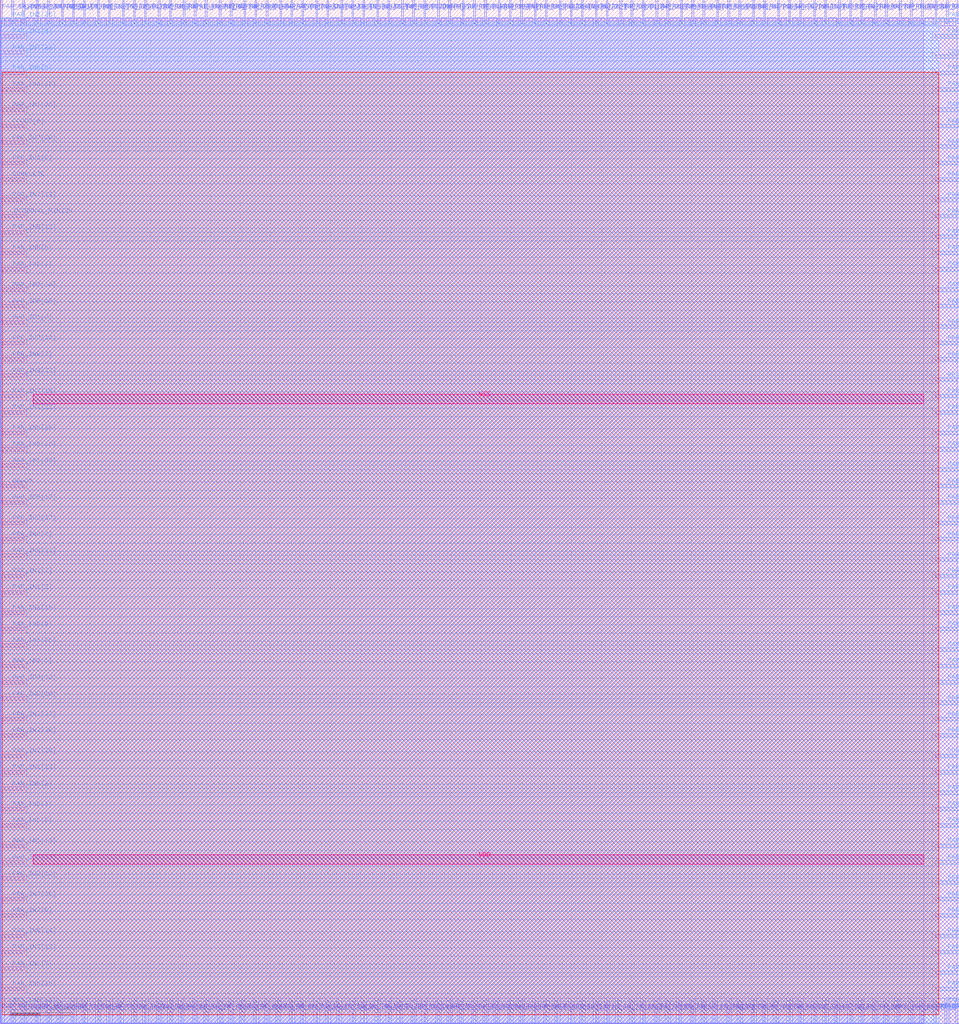
<source format=lef>
VERSION 5.7 ;
  NAMESCASESENSITIVE ON ;
  NOWIREEXTENSIONATPIN ON ;
  DIVIDERCHAR "/" ;
  BUSBITCHARS "[]" ;
UNITS
  DATABASE MICRONS 200 ;
END UNITS

MACRO serializer_unit_cell_1
  CLASS BLOCK ;
  FOREIGN serializer_unit_cell_1 ;
  ORIGIN 0.000 0.000 ;
  SIZE 159.555 BY 170.275 ;
  PIN CLK
    DIRECTION INPUT ;
    PORT
      LAYER met2 ;
        RECT 98.990 0.000 99.270 4.000 ;
    END
  END CLK
  PIN COMPLETE
    DIRECTION OUTPUT TRISTATE ;
    PORT
      LAYER met3 ;
        RECT 0.000 140.120 4.000 140.720 ;
    END
  END COMPLETE
  PIN COUNT[0]
    DIRECTION OUTPUT TRISTATE ;
    PORT
      LAYER met2 ;
        RECT 149.130 0.000 149.410 4.000 ;
    END
  END COUNT[0]
  PIN COUNT[1]
    DIRECTION OUTPUT TRISTATE ;
    PORT
      LAYER met3 ;
        RECT 155.555 160.520 159.555 161.120 ;
    END
  END COUNT[1]
  PIN COUNT[2]
    DIRECTION OUTPUT TRISTATE ;
    PORT
      LAYER met3 ;
        RECT 155.555 44.240 159.555 44.840 ;
    END
  END COUNT[2]
  PIN COUNT[3]
    DIRECTION OUTPUT TRISTATE ;
    PORT
      LAYER met2 ;
        RECT 72.770 166.275 73.050 170.275 ;
    END
  END COUNT[3]
  PIN COUNT[4]
    DIRECTION OUTPUT TRISTATE ;
    PORT
      LAYER met3 ;
        RECT 0.000 148.960 4.000 149.560 ;
    END
  END COUNT[4]
  PIN COUNT[5]
    DIRECTION OUTPUT TRISTATE ;
    PORT
      LAYER met2 ;
        RECT 72.770 0.000 73.050 4.000 ;
    END
  END COUNT[5]
  PIN INTERNAL_FINISH
    DIRECTION OUTPUT TRISTATE ;
    PORT
      LAYER met3 ;
        RECT 0.000 134.000 4.000 134.600 ;
    END
  END INTERNAL_FINISH
  PIN PAR_IN1[0]
    DIRECTION INPUT ;
    PORT
      LAYER met2 ;
        RECT 113.250 166.275 113.530 170.275 ;
    END
  END PAR_IN1[0]
  PIN PAR_IN1[10]
    DIRECTION INPUT ;
    PORT
      LAYER met2 ;
        RECT 10.210 166.275 10.490 170.275 ;
    END
  END PAR_IN1[10]
  PIN PAR_IN1[11]
    DIRECTION INPUT ;
    PORT
      LAYER met2 ;
        RECT 20.330 166.275 20.610 170.275 ;
    END
  END PAR_IN1[11]
  PIN PAR_IN1[12]
    DIRECTION INPUT ;
    PORT
      LAYER met2 ;
        RECT 24.010 0.000 24.290 4.000 ;
    END
  END PAR_IN1[12]
  PIN PAR_IN1[13]
    DIRECTION INPUT ;
    PORT
      LAYER met3 ;
        RECT 0.000 41.520 4.000 42.120 ;
    END
  END PAR_IN1[13]
  PIN PAR_IN1[14]
    DIRECTION INPUT ;
    PORT
      LAYER met2 ;
        RECT 66.330 0.000 66.610 4.000 ;
    END
  END PAR_IN1[14]
  PIN PAR_IN1[15]
    DIRECTION INPUT ;
    PORT
      LAYER met2 ;
        RECT 13.890 166.275 14.170 170.275 ;
    END
  END PAR_IN1[15]
  PIN PAR_IN1[16]
    DIRECTION INPUT ;
    PORT
      LAYER met2 ;
        RECT 84.730 166.275 85.010 170.275 ;
    END
  END PAR_IN1[16]
  PIN PAR_IN1[17]
    DIRECTION INPUT ;
    PORT
      LAYER met2 ;
        RECT 94.850 0.000 95.130 4.000 ;
    END
  END PAR_IN1[17]
  PIN PAR_IN1[18]
    DIRECTION INPUT ;
    PORT
      LAYER met2 ;
        RECT 38.270 0.000 38.550 4.000 ;
    END
  END PAR_IN1[18]
  PIN PAR_IN1[19]
    DIRECTION INPUT ;
    PORT
      LAYER met2 ;
        RECT 50.230 0.000 50.510 4.000 ;
    END
  END PAR_IN1[19]
  PIN PAR_IN1[1]
    DIRECTION INPUT ;
    PORT
      LAYER met2 ;
        RECT 139.010 0.000 139.290 4.000 ;
    END
  END PAR_IN1[1]
  PIN PAR_IN1[20]
    DIRECTION INPUT ;
    PORT
      LAYER met2 ;
        RECT 78.750 0.000 79.030 4.000 ;
    END
  END PAR_IN1[20]
  PIN PAR_IN1[21]
    DIRECTION INPUT ;
    PORT
      LAYER met2 ;
        RECT 106.810 0.000 107.090 4.000 ;
    END
  END PAR_IN1[21]
  PIN PAR_IN1[22]
    DIRECTION INPUT ;
    PORT
      LAYER met2 ;
        RECT 119.230 166.275 119.510 170.275 ;
    END
  END PAR_IN1[22]
  PIN PAR_IN1[23]
    DIRECTION INPUT ;
    PORT
      LAYER met2 ;
        RECT 0.090 166.275 0.370 170.275 ;
    END
  END PAR_IN1[23]
  PIN PAR_IN1[24]
    DIRECTION INPUT ;
    PORT
      LAYER met2 ;
        RECT 9.750 0.000 10.030 4.000 ;
    END
  END PAR_IN1[24]
  PIN PAR_IN1[25]
    DIRECTION INPUT ;
    PORT
      LAYER met2 ;
        RECT 90.710 166.275 90.990 170.275 ;
    END
  END PAR_IN1[25]
  PIN PAR_IN1[26]
    DIRECTION INPUT ;
    PORT
      LAYER met3 ;
        RECT 0.000 151.680 4.000 152.280 ;
    END
  END PAR_IN1[26]
  PIN PAR_IN1[27]
    DIRECTION INPUT ;
    PORT
      LAYER met3 ;
        RECT 155.555 8.200 159.555 8.800 ;
    END
  END PAR_IN1[27]
  PIN PAR_IN1[28]
    DIRECTION INPUT ;
    PORT
      LAYER met3 ;
        RECT 155.555 145.560 159.555 146.160 ;
    END
  END PAR_IN1[28]
  PIN PAR_IN1[29]
    DIRECTION INPUT ;
    PORT
      LAYER met2 ;
        RECT 116.930 0.000 117.210 4.000 ;
    END
  END PAR_IN1[29]
  PIN PAR_IN1[2]
    DIRECTION INPUT ;
    PORT
      LAYER met3 ;
        RECT 0.000 71.440 4.000 72.040 ;
    END
  END PAR_IN1[2]
  PIN PAR_IN1[30]
    DIRECTION INPUT ;
    PORT
      LAYER met2 ;
        RECT 133.030 0.000 133.310 4.000 ;
    END
  END PAR_IN1[30]
  PIN PAR_IN1[31]
    DIRECTION INPUT ;
    PORT
      LAYER met2 ;
        RECT 52.530 0.000 52.810 4.000 ;
    END
  END PAR_IN1[31]
  PIN PAR_IN1[3]
    DIRECTION INPUT ;
    PORT
      LAYER met2 ;
        RECT 125.210 0.000 125.490 4.000 ;
    END
  END PAR_IN1[3]
  PIN PAR_IN1[4]
    DIRECTION INPUT ;
    PORT
      LAYER met2 ;
        RECT 104.970 166.275 105.250 170.275 ;
    END
  END PAR_IN1[4]
  PIN PAR_IN1[5]
    DIRECTION INPUT ;
    PORT
      LAYER met3 ;
        RECT 155.555 140.120 159.555 140.720 ;
    END
  END PAR_IN1[5]
  PIN PAR_IN1[6]
    DIRECTION INPUT ;
    PORT
      LAYER met3 ;
        RECT 0.000 163.920 4.000 164.520 ;
    END
  END PAR_IN1[6]
  PIN PAR_IN1[7]
    DIRECTION INPUT ;
    PORT
      LAYER met3 ;
        RECT 0.000 74.160 4.000 74.760 ;
    END
  END PAR_IN1[7]
  PIN PAR_IN1[8]
    DIRECTION INPUT ;
    PORT
      LAYER met3 ;
        RECT 0.000 142.840 4.000 143.440 ;
    END
  END PAR_IN1[8]
  PIN PAR_IN1[9]
    DIRECTION INPUT ;
    PORT
      LAYER met3 ;
        RECT 0.000 116.320 4.000 116.920 ;
    END
  END PAR_IN1[9]
  PIN PAR_IN2[0]
    DIRECTION INPUT ;
    PORT
      LAYER met2 ;
        RECT 139.470 166.275 139.750 170.275 ;
    END
  END PAR_IN2[0]
  PIN PAR_IN2[10]
    DIRECTION INPUT ;
    PORT
      LAYER met3 ;
        RECT 155.555 112.920 159.555 113.520 ;
    END
  END PAR_IN2[10]
  PIN PAR_IN2[11]
    DIRECTION INPUT ;
    PORT
      LAYER met2 ;
        RECT 64.490 0.000 64.770 4.000 ;
    END
  END PAR_IN2[11]
  PIN PAR_IN2[12]
    DIRECTION INPUT ;
    PORT
      LAYER met2 ;
        RECT 54.370 166.275 54.650 170.275 ;
    END
  END PAR_IN2[12]
  PIN PAR_IN2[13]
    DIRECTION INPUT ;
    PORT
      LAYER met2 ;
        RECT 100.830 0.000 101.110 4.000 ;
    END
  END PAR_IN2[13]
  PIN PAR_IN2[14]
    DIRECTION INPUT ;
    PORT
      LAYER met3 ;
        RECT 0.000 121.760 4.000 122.360 ;
    END
  END PAR_IN2[14]
  PIN PAR_IN2[15]
    DIRECTION INPUT ;
    PORT
      LAYER met3 ;
        RECT 155.555 148.960 159.555 149.560 ;
    END
  END PAR_IN2[15]
  PIN PAR_IN2[16]
    DIRECTION INPUT ;
    PORT
      LAYER met2 ;
        RECT 48.390 0.000 48.670 4.000 ;
    END
  END PAR_IN2[16]
  PIN PAR_IN2[17]
    DIRECTION INPUT ;
    PORT
      LAYER met2 ;
        RECT 159.250 0.000 159.530 4.000 ;
    END
  END PAR_IN2[17]
  PIN PAR_IN2[18]
    DIRECTION INPUT ;
    PORT
      LAYER met3 ;
        RECT 0.000 68.040 4.000 68.640 ;
    END
  END PAR_IN2[18]
  PIN PAR_IN2[19]
    DIRECTION INPUT ;
    PORT
      LAYER met3 ;
        RECT 155.555 97.960 159.555 98.560 ;
    END
  END PAR_IN2[19]
  PIN PAR_IN2[1]
    DIRECTION INPUT ;
    PORT
      LAYER met3 ;
        RECT 0.000 125.160 4.000 125.760 ;
    END
  END PAR_IN2[1]
  PIN PAR_IN2[20]
    DIRECTION INPUT ;
    PORT
      LAYER met3 ;
        RECT 0.000 44.240 4.000 44.840 ;
    END
  END PAR_IN2[20]
  PIN PAR_IN2[21]
    DIRECTION INPUT ;
    PORT
      LAYER met2 ;
        RECT 82.430 0.000 82.710 4.000 ;
    END
  END PAR_IN2[21]
  PIN PAR_IN2[22]
    DIRECTION INPUT ;
    PORT
      LAYER met3 ;
        RECT 155.555 163.920 159.555 164.520 ;
    END
  END PAR_IN2[22]
  PIN PAR_IN2[23]
    DIRECTION INPUT ;
    PORT
      LAYER met3 ;
        RECT 155.555 83.000 159.555 83.600 ;
    END
  END PAR_IN2[23]
  PIN PAR_IN2[24]
    DIRECTION INPUT ;
    PORT
      LAYER met2 ;
        RECT 50.230 166.275 50.510 170.275 ;
    END
  END PAR_IN2[24]
  PIN PAR_IN2[25]
    DIRECTION INPUT ;
    PORT
      LAYER met3 ;
        RECT 0.000 166.640 4.000 167.240 ;
    END
  END PAR_IN2[25]
  PIN PAR_IN2[26]
    DIRECTION INPUT ;
    PORT
      LAYER met2 ;
        RECT 109.110 166.275 109.390 170.275 ;
    END
  END PAR_IN2[26]
  PIN PAR_IN2[27]
    DIRECTION INPUT ;
    PORT
      LAYER met3 ;
        RECT 155.555 136.720 159.555 137.320 ;
    END
  END PAR_IN2[27]
  PIN PAR_IN2[28]
    DIRECTION INPUT ;
    PORT
      LAYER met3 ;
        RECT 0.000 47.640 4.000 48.240 ;
    END
  END PAR_IN2[28]
  PIN PAR_IN2[29]
    DIRECTION INPUT ;
    PORT
      LAYER met3 ;
        RECT 155.555 53.080 159.555 53.680 ;
    END
  END PAR_IN2[29]
  PIN PAR_IN2[2]
    DIRECTION INPUT ;
    PORT
      LAYER met3 ;
        RECT 155.555 95.240 159.555 95.840 ;
    END
  END PAR_IN2[2]
  PIN PAR_IN2[30]
    DIRECTION INPUT ;
    PORT
      LAYER met2 ;
        RECT 7.910 166.275 8.190 170.275 ;
    END
  END PAR_IN2[30]
  PIN PAR_IN2[31]
    DIRECTION INPUT ;
    PORT
      LAYER met2 ;
        RECT 54.370 0.000 54.650 4.000 ;
    END
  END PAR_IN2[31]
  PIN PAR_IN2[3]
    DIRECTION INPUT ;
    PORT
      LAYER met3 ;
        RECT 155.555 47.640 159.555 48.240 ;
    END
  END PAR_IN2[3]
  PIN PAR_IN2[4]
    DIRECTION INPUT ;
    PORT
      LAYER met2 ;
        RECT 104.970 0.000 105.250 4.000 ;
    END
  END PAR_IN2[4]
  PIN PAR_IN2[5]
    DIRECTION INPUT ;
    PORT
      LAYER met3 ;
        RECT 0.000 59.200 4.000 59.800 ;
    END
  END PAR_IN2[5]
  PIN PAR_IN2[6]
    DIRECTION INPUT ;
    PORT
      LAYER met2 ;
        RECT 62.650 166.275 62.930 170.275 ;
    END
  END PAR_IN2[6]
  PIN PAR_IN2[7]
    DIRECTION INPUT ;
    PORT
      LAYER met3 ;
        RECT 0.000 35.400 4.000 36.000 ;
    END
  END PAR_IN2[7]
  PIN PAR_IN2[8]
    DIRECTION INPUT ;
    PORT
      LAYER met2 ;
        RECT 122.910 166.275 123.190 170.275 ;
    END
  END PAR_IN2[8]
  PIN PAR_IN2[9]
    DIRECTION INPUT ;
    PORT
      LAYER met3 ;
        RECT 0.000 65.320 4.000 65.920 ;
    END
  END PAR_IN2[9]
  PIN PAR_IN3[0]
    DIRECTION INPUT ;
    PORT
      LAYER met3 ;
        RECT 155.555 17.720 159.555 18.320 ;
    END
  END PAR_IN3[0]
  PIN PAR_IN3[10]
    DIRECTION INPUT ;
    PORT
      LAYER met3 ;
        RECT 0.000 95.240 4.000 95.840 ;
    END
  END PAR_IN3[10]
  PIN PAR_IN3[11]
    DIRECTION INPUT ;
    PORT
      LAYER met2 ;
        RECT 70.470 0.000 70.750 4.000 ;
    END
  END PAR_IN3[11]
  PIN PAR_IN3[12]
    DIRECTION INPUT ;
    PORT
      LAYER met3 ;
        RECT 0.000 11.600 4.000 12.200 ;
    END
  END PAR_IN3[12]
  PIN PAR_IN3[13]
    DIRECTION INPUT ;
    PORT
      LAYER met3 ;
        RECT 0.000 23.840 4.000 24.440 ;
    END
  END PAR_IN3[13]
  PIN PAR_IN3[14]
    DIRECTION INPUT ;
    PORT
      LAYER met2 ;
        RECT 88.870 0.000 89.150 4.000 ;
    END
  END PAR_IN3[14]
  PIN PAR_IN3[15]
    DIRECTION INPUT ;
    PORT
      LAYER met3 ;
        RECT 155.555 134.000 159.555 134.600 ;
    END
  END PAR_IN3[15]
  PIN PAR_IN3[16]
    DIRECTION INPUT ;
    PORT
      LAYER met3 ;
        RECT 155.555 151.680 159.555 152.280 ;
    END
  END PAR_IN3[16]
  PIN PAR_IN3[17]
    DIRECTION INPUT ;
    PORT
      LAYER met3 ;
        RECT 0.000 83.000 4.000 83.600 ;
    END
  END PAR_IN3[17]
  PIN PAR_IN3[18]
    DIRECTION INPUT ;
    PORT
      LAYER met3 ;
        RECT 155.555 86.400 159.555 87.000 ;
    END
  END PAR_IN3[18]
  PIN PAR_IN3[19]
    DIRECTION INPUT ;
    PORT
      LAYER met2 ;
        RECT 76.910 166.275 77.190 170.275 ;
    END
  END PAR_IN3[19]
  PIN PAR_IN3[1]
    DIRECTION INPUT ;
    PORT
      LAYER met2 ;
        RECT 3.770 0.000 4.050 4.000 ;
    END
  END PAR_IN3[1]
  PIN PAR_IN3[20]
    DIRECTION INPUT ;
    PORT
      LAYER met2 ;
        RECT 34.130 0.000 34.410 4.000 ;
    END
  END PAR_IN3[20]
  PIN PAR_IN3[21]
    DIRECTION INPUT ;
    PORT
      LAYER met2 ;
        RECT 1.930 166.275 2.210 170.275 ;
    END
  END PAR_IN3[21]
  PIN PAR_IN3[22]
    DIRECTION INPUT ;
    PORT
      LAYER met3 ;
        RECT 0.000 101.360 4.000 101.960 ;
    END
  END PAR_IN3[22]
  PIN PAR_IN3[23]
    DIRECTION INPUT ;
    PORT
      LAYER met3 ;
        RECT 155.555 61.920 159.555 62.520 ;
    END
  END PAR_IN3[23]
  PIN PAR_IN3[24]
    DIRECTION INPUT ;
    PORT
      LAYER met2 ;
        RECT 40.110 0.000 40.390 4.000 ;
    END
  END PAR_IN3[24]
  PIN PAR_IN3[25]
    DIRECTION INPUT ;
    PORT
      LAYER met2 ;
        RECT 84.730 0.000 85.010 4.000 ;
    END
  END PAR_IN3[25]
  PIN PAR_IN3[26]
    DIRECTION INPUT ;
    PORT
      LAYER met2 ;
        RECT 141.310 166.275 141.590 170.275 ;
    END
  END PAR_IN3[26]
  PIN PAR_IN3[27]
    DIRECTION INPUT ;
    PORT
      LAYER met3 ;
        RECT 0.000 50.360 4.000 50.960 ;
    END
  END PAR_IN3[27]
  PIN PAR_IN3[28]
    DIRECTION INPUT ;
    PORT
      LAYER met3 ;
        RECT 155.555 155.080 159.555 155.680 ;
    END
  END PAR_IN3[28]
  PIN PAR_IN3[29]
    DIRECTION INPUT ;
    PORT
      LAYER met2 ;
        RECT 68.630 0.000 68.910 4.000 ;
    END
  END PAR_IN3[29]
  PIN PAR_IN3[2]
    DIRECTION INPUT ;
    PORT
      LAYER met2 ;
        RECT 135.330 0.000 135.610 4.000 ;
    END
  END PAR_IN3[2]
  PIN PAR_IN3[30]
    DIRECTION INPUT ;
    PORT
      LAYER met2 ;
        RECT 76.450 0.000 76.730 4.000 ;
    END
  END PAR_IN3[30]
  PIN PAR_IN3[31]
    DIRECTION INPUT ;
    PORT
      LAYER met2 ;
        RECT 36.430 0.000 36.710 4.000 ;
    END
  END PAR_IN3[31]
  PIN PAR_IN3[3]
    DIRECTION INPUT ;
    PORT
      LAYER met2 ;
        RECT 46.550 166.275 46.830 170.275 ;
    END
  END PAR_IN3[3]
  PIN PAR_IN3[4]
    DIRECTION INPUT ;
    PORT
      LAYER met2 ;
        RECT 44.250 166.275 44.530 170.275 ;
    END
  END PAR_IN3[4]
  PIN PAR_IN3[5]
    DIRECTION INPUT ;
    PORT
      LAYER met2 ;
        RECT 34.130 166.275 34.410 170.275 ;
    END
  END PAR_IN3[5]
  PIN PAR_IN3[6]
    DIRECTION INPUT ;
    PORT
      LAYER met3 ;
        RECT 155.555 2.760 159.555 3.360 ;
    END
  END PAR_IN3[6]
  PIN PAR_IN3[7]
    DIRECTION INPUT ;
    PORT
      LAYER met3 ;
        RECT 0.000 8.880 4.000 9.480 ;
    END
  END PAR_IN3[7]
  PIN PAR_IN3[8]
    DIRECTION INPUT ;
    PORT
      LAYER met2 ;
        RECT 12.050 166.275 12.330 170.275 ;
    END
  END PAR_IN3[8]
  PIN PAR_IN3[9]
    DIRECTION INPUT ;
    PORT
      LAYER met2 ;
        RECT 22.170 166.275 22.450 170.275 ;
    END
  END PAR_IN3[9]
  PIN PAR_IN4[0]
    DIRECTION INPUT ;
    PORT
      LAYER met2 ;
        RECT 143.150 166.275 143.430 170.275 ;
    END
  END PAR_IN4[0]
  PIN PAR_IN4[10]
    DIRECTION INPUT ;
    PORT
      LAYER met2 ;
        RECT 80.590 166.275 80.870 170.275 ;
    END
  END PAR_IN4[10]
  PIN PAR_IN4[11]
    DIRECTION INPUT ;
    PORT
      LAYER met2 ;
        RECT 133.030 166.275 133.310 170.275 ;
    END
  END PAR_IN4[11]
  PIN PAR_IN4[12]
    DIRECTION INPUT ;
    PORT
      LAYER met3 ;
        RECT 0.000 155.080 4.000 155.680 ;
    END
  END PAR_IN4[12]
  PIN PAR_IN4[13]
    DIRECTION INPUT ;
    PORT
      LAYER met3 ;
        RECT 155.555 89.120 159.555 89.720 ;
    END
  END PAR_IN4[13]
  PIN PAR_IN4[14]
    DIRECTION INPUT ;
    PORT
      LAYER met3 ;
        RECT 155.555 121.760 159.555 122.360 ;
    END
  END PAR_IN4[14]
  PIN PAR_IN4[15]
    DIRECTION INPUT ;
    PORT
      LAYER met2 ;
        RECT 90.710 0.000 90.990 4.000 ;
    END
  END PAR_IN4[15]
  PIN PAR_IN4[16]
    DIRECTION INPUT ;
    PORT
      LAYER met3 ;
        RECT 155.555 59.200 159.555 59.800 ;
    END
  END PAR_IN4[16]
  PIN PAR_IN4[17]
    DIRECTION INPUT ;
    PORT
      LAYER met3 ;
        RECT 155.555 50.360 159.555 50.960 ;
    END
  END PAR_IN4[17]
  PIN PAR_IN4[18]
    DIRECTION INPUT ;
    PORT
      LAYER met3 ;
        RECT 155.555 20.440 159.555 21.040 ;
    END
  END PAR_IN4[18]
  PIN PAR_IN4[19]
    DIRECTION INPUT ;
    PORT
      LAYER met2 ;
        RECT 40.570 166.275 40.850 170.275 ;
    END
  END PAR_IN4[19]
  PIN PAR_IN4[1]
    DIRECTION INPUT ;
    PORT
      LAYER met2 ;
        RECT 78.750 166.275 79.030 170.275 ;
    END
  END PAR_IN4[1]
  PIN PAR_IN4[20]
    DIRECTION INPUT ;
    PORT
      LAYER met2 ;
        RECT 1.930 0.000 2.210 4.000 ;
    END
  END PAR_IN4[20]
  PIN PAR_IN4[21]
    DIRECTION INPUT ;
    PORT
      LAYER met2 ;
        RECT 155.570 0.000 155.850 4.000 ;
    END
  END PAR_IN4[21]
  PIN PAR_IN4[22]
    DIRECTION INPUT ;
    PORT
      LAYER met2 ;
        RECT 153.270 0.000 153.550 4.000 ;
    END
  END PAR_IN4[22]
  PIN PAR_IN4[23]
    DIRECTION INPUT ;
    PORT
      LAYER met2 ;
        RECT 153.270 166.275 153.550 170.275 ;
    END
  END PAR_IN4[23]
  PIN PAR_IN4[24]
    DIRECTION INPUT ;
    PORT
      LAYER met2 ;
        RECT 93.010 166.275 93.290 170.275 ;
    END
  END PAR_IN4[24]
  PIN PAR_IN4[25]
    DIRECTION INPUT ;
    PORT
      LAYER met2 ;
        RECT 6.070 166.275 6.350 170.275 ;
    END
  END PAR_IN4[25]
  PIN PAR_IN4[26]
    DIRECTION INPUT ;
    PORT
      LAYER met2 ;
        RECT 52.530 166.275 52.810 170.275 ;
    END
  END PAR_IN4[26]
  PIN PAR_IN4[27]
    DIRECTION INPUT ;
    PORT
      LAYER met2 ;
        RECT 145.450 0.000 145.730 4.000 ;
    END
  END PAR_IN4[27]
  PIN PAR_IN4[28]
    DIRECTION INPUT ;
    PORT
      LAYER met2 ;
        RECT 128.890 0.000 129.170 4.000 ;
    END
  END PAR_IN4[28]
  PIN PAR_IN4[29]
    DIRECTION INPUT ;
    PORT
      LAYER met2 ;
        RECT 6.070 0.000 6.350 4.000 ;
    END
  END PAR_IN4[29]
  PIN PAR_IN4[2]
    DIRECTION INPUT ;
    PORT
      LAYER met3 ;
        RECT 155.555 74.160 159.555 74.760 ;
    END
  END PAR_IN4[2]
  PIN PAR_IN4[30]
    DIRECTION INPUT ;
    PORT
      LAYER met2 ;
        RECT 135.330 166.275 135.610 170.275 ;
    END
  END PAR_IN4[30]
  PIN PAR_IN4[31]
    DIRECTION INPUT ;
    PORT
      LAYER met2 ;
        RECT 115.090 166.275 115.370 170.275 ;
    END
  END PAR_IN4[31]
  PIN PAR_IN4[3]
    DIRECTION INPUT ;
    PORT
      LAYER met3 ;
        RECT 155.555 41.520 159.555 42.120 ;
    END
  END PAR_IN4[3]
  PIN PAR_IN4[4]
    DIRECTION INPUT ;
    PORT
      LAYER met3 ;
        RECT 0.000 80.280 4.000 80.880 ;
    END
  END PAR_IN4[4]
  PIN PAR_IN4[5]
    DIRECTION INPUT ;
    PORT
      LAYER met2 ;
        RECT 56.210 0.000 56.490 4.000 ;
    END
  END PAR_IN4[5]
  PIN PAR_IN4[6]
    DIRECTION INPUT ;
    PORT
      LAYER met2 ;
        RECT 118.770 0.000 119.050 4.000 ;
    END
  END PAR_IN4[6]
  PIN PAR_IN4[7]
    DIRECTION INPUT ;
    PORT
      LAYER met3 ;
        RECT 155.555 104.080 159.555 104.680 ;
    END
  END PAR_IN4[7]
  PIN PAR_IN4[8]
    DIRECTION INPUT ;
    PORT
      LAYER met2 ;
        RECT 22.170 0.000 22.450 4.000 ;
    END
  END PAR_IN4[8]
  PIN PAR_IN4[9]
    DIRECTION INPUT ;
    PORT
      LAYER met2 ;
        RECT 129.350 166.275 129.630 170.275 ;
    END
  END PAR_IN4[9]
  PIN PAR_IN5[0]
    DIRECTION INPUT ;
    PORT
      LAYER met2 ;
        RECT 64.490 166.275 64.770 170.275 ;
    END
  END PAR_IN5[0]
  PIN PAR_IN5[10]
    DIRECTION INPUT ;
    PORT
      LAYER met2 ;
        RECT 121.070 0.000 121.350 4.000 ;
    END
  END PAR_IN5[10]
  PIN PAR_IN5[11]
    DIRECTION INPUT ;
    PORT
      LAYER met3 ;
        RECT 0.000 77.560 4.000 78.160 ;
    END
  END PAR_IN5[11]
  PIN PAR_IN5[12]
    DIRECTION INPUT ;
    PORT
      LAYER met3 ;
        RECT 0.000 131.280 4.000 131.880 ;
    END
  END PAR_IN5[12]
  PIN PAR_IN5[13]
    DIRECTION INPUT ;
    PORT
      LAYER met3 ;
        RECT 0.000 29.280 4.000 29.880 ;
    END
  END PAR_IN5[13]
  PIN PAR_IN5[14]
    DIRECTION INPUT ;
    PORT
      LAYER met2 ;
        RECT 88.870 166.275 89.150 170.275 ;
    END
  END PAR_IN5[14]
  PIN PAR_IN5[15]
    DIRECTION INPUT ;
    PORT
      LAYER met3 ;
        RECT 0.000 119.040 4.000 119.640 ;
    END
  END PAR_IN5[15]
  PIN PAR_IN5[16]
    DIRECTION INPUT ;
    PORT
      LAYER met2 ;
        RECT 151.430 0.000 151.710 4.000 ;
    END
  END PAR_IN5[16]
  PIN PAR_IN5[17]
    DIRECTION INPUT ;
    PORT
      LAYER met3 ;
        RECT 0.000 86.400 4.000 87.000 ;
    END
  END PAR_IN5[17]
  PIN PAR_IN5[18]
    DIRECTION INPUT ;
    PORT
      LAYER met2 ;
        RECT 92.550 0.000 92.830 4.000 ;
    END
  END PAR_IN5[18]
  PIN PAR_IN5[19]
    DIRECTION INPUT ;
    PORT
      LAYER met2 ;
        RECT 86.570 0.000 86.850 4.000 ;
    END
  END PAR_IN5[19]
  PIN PAR_IN5[1]
    DIRECTION INPUT ;
    PORT
      LAYER met2 ;
        RECT 157.410 0.000 157.690 4.000 ;
    END
  END PAR_IN5[1]
  PIN PAR_IN5[20]
    DIRECTION INPUT ;
    PORT
      LAYER met2 ;
        RECT 58.510 166.275 58.790 170.275 ;
    END
  END PAR_IN5[20]
  PIN PAR_IN5[21]
    DIRECTION INPUT ;
    PORT
      LAYER met2 ;
        RECT 26.310 0.000 26.590 4.000 ;
    END
  END PAR_IN5[21]
  PIN PAR_IN5[22]
    DIRECTION INPUT ;
    PORT
      LAYER met2 ;
        RECT 60.350 166.275 60.630 170.275 ;
    END
  END PAR_IN5[22]
  PIN PAR_IN5[23]
    DIRECTION INPUT ;
    PORT
      LAYER met2 ;
        RECT 106.810 166.275 107.090 170.275 ;
    END
  END PAR_IN5[23]
  PIN PAR_IN5[24]
    DIRECTION INPUT ;
    PORT
      LAYER met2 ;
        RECT 159.250 166.275 159.530 170.275 ;
    END
  END PAR_IN5[24]
  PIN PAR_IN5[25]
    DIRECTION INPUT ;
    PORT
      LAYER met2 ;
        RECT 24.010 166.275 24.290 170.275 ;
    END
  END PAR_IN5[25]
  PIN PAR_IN5[26]
    DIRECTION INPUT ;
    PORT
      LAYER met3 ;
        RECT 155.555 110.200 159.555 110.800 ;
    END
  END PAR_IN5[26]
  PIN PAR_IN5[27]
    DIRECTION INPUT ;
    PORT
      LAYER met2 ;
        RECT 29.990 0.000 30.270 4.000 ;
    END
  END PAR_IN5[27]
  PIN PAR_IN5[28]
    DIRECTION INPUT ;
    PORT
      LAYER met3 ;
        RECT 155.555 76.880 159.555 77.480 ;
    END
  END PAR_IN5[28]
  PIN PAR_IN5[29]
    DIRECTION INPUT ;
    PORT
      LAYER met3 ;
        RECT 0.000 92.520 4.000 93.120 ;
    END
  END PAR_IN5[29]
  PIN PAR_IN5[2]
    DIRECTION INPUT ;
    PORT
      LAYER met3 ;
        RECT 0.000 32.680 4.000 33.280 ;
    END
  END PAR_IN5[2]
  PIN PAR_IN5[30]
    DIRECTION INPUT ;
    PORT
      LAYER met3 ;
        RECT 155.555 38.120 159.555 38.720 ;
    END
  END PAR_IN5[30]
  PIN PAR_IN5[31]
    DIRECTION INPUT ;
    PORT
      LAYER met2 ;
        RECT 127.050 0.000 127.330 4.000 ;
    END
  END PAR_IN5[31]
  PIN PAR_IN5[3]
    DIRECTION INPUT ;
    PORT
      LAYER met2 ;
        RECT 26.310 166.275 26.590 170.275 ;
    END
  END PAR_IN5[3]
  PIN PAR_IN5[4]
    DIRECTION INPUT ;
    PORT
      LAYER met2 ;
        RECT 7.910 0.000 8.190 4.000 ;
    END
  END PAR_IN5[4]
  PIN PAR_IN5[5]
    DIRECTION INPUT ;
    PORT
      LAYER met3 ;
        RECT 155.555 115.640 159.555 116.240 ;
    END
  END PAR_IN5[5]
  PIN PAR_IN5[6]
    DIRECTION INPUT ;
    PORT
      LAYER met2 ;
        RECT 109.110 0.000 109.390 4.000 ;
    END
  END PAR_IN5[6]
  PIN PAR_IN5[7]
    DIRECTION INPUT ;
    PORT
      LAYER met2 ;
        RECT 18.030 166.275 18.310 170.275 ;
    END
  END PAR_IN5[7]
  PIN PAR_IN5[8]
    DIRECTION INPUT ;
    PORT
      LAYER met3 ;
        RECT 0.000 127.880 4.000 128.480 ;
    END
  END PAR_IN5[8]
  PIN PAR_IN5[9]
    DIRECTION INPUT ;
    PORT
      LAYER met2 ;
        RECT 122.910 0.000 123.190 4.000 ;
    END
  END PAR_IN5[9]
  PIN PAR_IN6[0]
    DIRECTION INPUT ;
    PORT
      LAYER met2 ;
        RECT 32.290 0.000 32.570 4.000 ;
    END
  END PAR_IN6[0]
  PIN PAR_IN6[10]
    DIRECTION INPUT ;
    PORT
      LAYER met2 ;
        RECT 74.610 0.000 74.890 4.000 ;
    END
  END PAR_IN6[10]
  PIN PAR_IN6[11]
    DIRECTION INPUT ;
    PORT
      LAYER met3 ;
        RECT 155.555 65.320 159.555 65.920 ;
    END
  END PAR_IN6[11]
  PIN PAR_IN6[12]
    DIRECTION INPUT ;
    PORT
      LAYER met2 ;
        RECT 66.790 166.275 67.070 170.275 ;
    END
  END PAR_IN6[12]
  PIN PAR_IN6[13]
    DIRECTION INPUT ;
    PORT
      LAYER met3 ;
        RECT 0.000 26.560 4.000 27.160 ;
    END
  END PAR_IN6[13]
  PIN PAR_IN6[14]
    DIRECTION INPUT ;
    PORT
      LAYER met3 ;
        RECT 0.000 14.320 4.000 14.920 ;
    END
  END PAR_IN6[14]
  PIN PAR_IN6[15]
    DIRECTION INPUT ;
    PORT
      LAYER met2 ;
        RECT 28.150 0.000 28.430 4.000 ;
    END
  END PAR_IN6[15]
  PIN PAR_IN6[16]
    DIRECTION INPUT ;
    PORT
      LAYER met2 ;
        RECT 12.050 0.000 12.330 4.000 ;
    END
  END PAR_IN6[16]
  PIN PAR_IN6[17]
    DIRECTION INPUT ;
    PORT
      LAYER met3 ;
        RECT 0.000 2.760 4.000 3.360 ;
    END
  END PAR_IN6[17]
  PIN PAR_IN6[18]
    DIRECTION INPUT ;
    PORT
      LAYER met2 ;
        RECT 103.130 166.275 103.410 170.275 ;
    END
  END PAR_IN6[18]
  PIN PAR_IN6[19]
    DIRECTION INPUT ;
    PORT
      LAYER met2 ;
        RECT 48.390 166.275 48.670 170.275 ;
    END
  END PAR_IN6[19]
  PIN PAR_IN6[1]
    DIRECTION INPUT ;
    PORT
      LAYER met2 ;
        RECT 32.290 166.275 32.570 170.275 ;
    END
  END PAR_IN6[1]
  PIN PAR_IN6[20]
    DIRECTION INPUT ;
    PORT
      LAYER met3 ;
        RECT 155.555 130.600 159.555 131.200 ;
    END
  END PAR_IN6[20]
  PIN PAR_IN6[21]
    DIRECTION INPUT ;
    PORT
      LAYER met2 ;
        RECT 38.270 166.275 38.550 170.275 ;
    END
  END PAR_IN6[21]
  PIN PAR_IN6[22]
    DIRECTION INPUT ;
    PORT
      LAYER met2 ;
        RECT 110.950 0.000 111.230 4.000 ;
    END
  END PAR_IN6[22]
  PIN PAR_IN6[23]
    DIRECTION INPUT ;
    PORT
      LAYER met2 ;
        RECT 149.590 166.275 149.870 170.275 ;
    END
  END PAR_IN6[23]
  PIN PAR_IN6[24]
    DIRECTION INPUT ;
    PORT
      LAYER met3 ;
        RECT 155.555 56.480 159.555 57.080 ;
    END
  END PAR_IN6[24]
  PIN PAR_IN6[25]
    DIRECTION INPUT ;
    PORT
      LAYER met2 ;
        RECT 0.090 0.000 0.370 4.000 ;
    END
  END PAR_IN6[25]
  PIN PAR_IN6[26]
    DIRECTION INPUT ;
    PORT
      LAYER met3 ;
        RECT 0.000 5.480 4.000 6.080 ;
    END
  END PAR_IN6[26]
  PIN PAR_IN6[27]
    DIRECTION INPUT ;
    PORT
      LAYER met2 ;
        RECT 42.410 0.000 42.690 4.000 ;
    END
  END PAR_IN6[27]
  PIN PAR_IN6[28]
    DIRECTION INPUT ;
    PORT
      LAYER met2 ;
        RECT 19.870 0.000 20.150 4.000 ;
    END
  END PAR_IN6[28]
  PIN PAR_IN6[29]
    DIRECTION INPUT ;
    PORT
      LAYER met3 ;
        RECT 0.000 97.960 4.000 98.560 ;
    END
  END PAR_IN6[29]
  PIN PAR_IN6[2]
    DIRECTION INPUT ;
    PORT
      LAYER met3 ;
        RECT 155.555 91.840 159.555 92.440 ;
    END
  END PAR_IN6[2]
  PIN PAR_IN6[30]
    DIRECTION INPUT ;
    PORT
      LAYER met3 ;
        RECT 155.555 29.280 159.555 29.880 ;
    END
  END PAR_IN6[30]
  PIN PAR_IN6[31]
    DIRECTION INPUT ;
    PORT
      LAYER met2 ;
        RECT 60.350 0.000 60.630 4.000 ;
    END
  END PAR_IN6[31]
  PIN PAR_IN6[3]
    DIRECTION INPUT ;
    PORT
      LAYER met2 ;
        RECT 96.690 0.000 96.970 4.000 ;
    END
  END PAR_IN6[3]
  PIN PAR_IN6[4]
    DIRECTION INPUT ;
    PORT
      LAYER met2 ;
        RECT 127.050 166.275 127.330 170.275 ;
    END
  END PAR_IN6[4]
  PIN PAR_IN6[5]
    DIRECTION INPUT ;
    PORT
      LAYER met2 ;
        RECT 94.850 166.275 95.130 170.275 ;
    END
  END PAR_IN6[5]
  PIN PAR_IN6[6]
    DIRECTION INPUT ;
    PORT
      LAYER met3 ;
        RECT 155.555 142.840 159.555 143.440 ;
    END
  END PAR_IN6[6]
  PIN PAR_IN6[7]
    DIRECTION INPUT ;
    PORT
      LAYER met2 ;
        RECT 16.190 166.275 16.470 170.275 ;
    END
  END PAR_IN6[7]
  PIN PAR_IN6[8]
    DIRECTION INPUT ;
    PORT
      LAYER met2 ;
        RECT 13.890 0.000 14.170 4.000 ;
    END
  END PAR_IN6[8]
  PIN PAR_IN6[9]
    DIRECTION INPUT ;
    PORT
      LAYER met2 ;
        RECT 70.470 166.275 70.750 170.275 ;
    END
  END PAR_IN6[9]
  PIN PAR_IN7[0]
    DIRECTION INPUT ;
    PORT
      LAYER met3 ;
        RECT 155.555 157.800 159.555 158.400 ;
    END
  END PAR_IN7[0]
  PIN PAR_IN7[10]
    DIRECTION INPUT ;
    PORT
      LAYER met2 ;
        RECT 125.210 166.275 125.490 170.275 ;
    END
  END PAR_IN7[10]
  PIN PAR_IN7[11]
    DIRECTION INPUT ;
    PORT
      LAYER met2 ;
        RECT 157.410 166.275 157.690 170.275 ;
    END
  END PAR_IN7[11]
  PIN PAR_IN7[12]
    DIRECTION INPUT ;
    PORT
      LAYER met3 ;
        RECT 155.555 101.360 159.555 101.960 ;
    END
  END PAR_IN7[12]
  PIN PAR_IN7[13]
    DIRECTION INPUT ;
    PORT
      LAYER met3 ;
        RECT 0.000 136.720 4.000 137.320 ;
    END
  END PAR_IN7[13]
  PIN PAR_IN7[14]
    DIRECTION INPUT ;
    PORT
      LAYER met3 ;
        RECT 0.000 112.920 4.000 113.520 ;
    END
  END PAR_IN7[14]
  PIN PAR_IN7[15]
    DIRECTION INPUT ;
    PORT
      LAYER met3 ;
        RECT 0.000 104.080 4.000 104.680 ;
    END
  END PAR_IN7[15]
  PIN PAR_IN7[16]
    DIRECTION INPUT ;
    PORT
      LAYER met3 ;
        RECT 0.000 20.440 4.000 21.040 ;
    END
  END PAR_IN7[16]
  PIN PAR_IN7[17]
    DIRECTION INPUT ;
    PORT
      LAYER met3 ;
        RECT 155.555 5.480 159.555 6.080 ;
    END
  END PAR_IN7[17]
  PIN PAR_IN7[18]
    DIRECTION INPUT ;
    PORT
      LAYER met2 ;
        RECT 147.290 166.275 147.570 170.275 ;
    END
  END PAR_IN7[18]
  PIN PAR_IN7[19]
    DIRECTION INPUT ;
    PORT
      LAYER met2 ;
        RECT 143.150 0.000 143.430 4.000 ;
    END
  END PAR_IN7[19]
  PIN PAR_IN7[1]
    DIRECTION INPUT ;
    PORT
      LAYER met2 ;
        RECT 131.190 0.000 131.470 4.000 ;
    END
  END PAR_IN7[1]
  PIN PAR_IN7[20]
    DIRECTION INPUT ;
    PORT
      LAYER met3 ;
        RECT 155.555 11.600 159.555 12.200 ;
    END
  END PAR_IN7[20]
  PIN PAR_IN7[21]
    DIRECTION INPUT ;
    PORT
      LAYER met2 ;
        RECT 137.170 0.000 137.450 4.000 ;
    END
  END PAR_IN7[21]
  PIN PAR_IN7[22]
    DIRECTION INPUT ;
    PORT
      LAYER met3 ;
        RECT 0.000 161.200 4.000 161.800 ;
    END
  END PAR_IN7[22]
  PIN PAR_IN7[23]
    DIRECTION INPUT ;
    PORT
      LAYER met2 ;
        RECT 56.670 166.275 56.950 170.275 ;
    END
  END PAR_IN7[23]
  PIN PAR_IN7[24]
    DIRECTION INPUT ;
    PORT
      LAYER met2 ;
        RECT 131.190 166.275 131.470 170.275 ;
    END
  END PAR_IN7[24]
  PIN PAR_IN7[25]
    DIRECTION INPUT ;
    PORT
      LAYER met2 ;
        RECT 116.930 166.275 117.210 170.275 ;
    END
  END PAR_IN7[25]
  PIN PAR_IN7[26]
    DIRECTION INPUT ;
    PORT
      LAYER met3 ;
        RECT 0.000 62.600 4.000 63.200 ;
    END
  END PAR_IN7[26]
  PIN PAR_IN7[27]
    DIRECTION INPUT ;
    PORT
      LAYER met2 ;
        RECT 151.430 166.275 151.710 170.275 ;
    END
  END PAR_IN7[27]
  PIN PAR_IN7[28]
    DIRECTION INPUT ;
    PORT
      LAYER met2 ;
        RECT 86.570 166.275 86.850 170.275 ;
    END
  END PAR_IN7[28]
  PIN PAR_IN7[29]
    DIRECTION INPUT ;
    PORT
      LAYER met3 ;
        RECT 0.000 146.240 4.000 146.840 ;
    END
  END PAR_IN7[29]
  PIN PAR_IN7[2]
    DIRECTION INPUT ;
    PORT
      LAYER met3 ;
        RECT 155.555 166.640 159.555 167.240 ;
    END
  END PAR_IN7[2]
  PIN PAR_IN7[30]
    DIRECTION INPUT ;
    PORT
      LAYER met2 ;
        RECT 16.190 0.000 16.470 4.000 ;
    END
  END PAR_IN7[30]
  PIN PAR_IN7[31]
    DIRECTION INPUT ;
    PORT
      LAYER met3 ;
        RECT 155.555 68.040 159.555 68.640 ;
    END
  END PAR_IN7[31]
  PIN PAR_IN7[3]
    DIRECTION INPUT ;
    PORT
      LAYER met2 ;
        RECT 137.170 166.275 137.450 170.275 ;
    END
  END PAR_IN7[3]
  PIN PAR_IN7[4]
    DIRECTION INPUT ;
    PORT
      LAYER met2 ;
        RECT 42.410 166.275 42.690 170.275 ;
    END
  END PAR_IN7[4]
  PIN PAR_IN7[5]
    DIRECTION INPUT ;
    PORT
      LAYER met2 ;
        RECT 155.570 166.275 155.850 170.275 ;
    END
  END PAR_IN7[5]
  PIN PAR_IN7[6]
    DIRECTION INPUT ;
    PORT
      LAYER met3 ;
        RECT 0.000 17.720 4.000 18.320 ;
    END
  END PAR_IN7[6]
  PIN PAR_IN7[7]
    DIRECTION INPUT ;
    PORT
      LAYER met2 ;
        RECT 98.990 166.275 99.270 170.275 ;
    END
  END PAR_IN7[7]
  PIN PAR_IN7[8]
    DIRECTION INPUT ;
    PORT
      LAYER met2 ;
        RECT 36.430 166.275 36.710 170.275 ;
    END
  END PAR_IN7[8]
  PIN PAR_IN7[9]
    DIRECTION INPUT ;
    PORT
      LAYER met2 ;
        RECT 145.450 166.275 145.730 170.275 ;
    END
  END PAR_IN7[9]
  PIN PAR_IN8[0]
    DIRECTION INPUT ;
    PORT
      LAYER met2 ;
        RECT 121.070 166.275 121.350 170.275 ;
    END
  END PAR_IN8[0]
  PIN PAR_IN8[10]
    DIRECTION INPUT ;
    PORT
      LAYER met2 ;
        RECT 58.510 0.000 58.790 4.000 ;
    END
  END PAR_IN8[10]
  PIN PAR_IN8[11]
    DIRECTION INPUT ;
    PORT
      LAYER met2 ;
        RECT 141.310 0.000 141.590 4.000 ;
    END
  END PAR_IN8[11]
  PIN PAR_IN8[12]
    DIRECTION INPUT ;
    PORT
      LAYER met3 ;
        RECT 0.000 56.480 4.000 57.080 ;
    END
  END PAR_IN8[12]
  PIN PAR_IN8[13]
    DIRECTION INPUT ;
    PORT
      LAYER met2 ;
        RECT 28.150 166.275 28.430 170.275 ;
    END
  END PAR_IN8[13]
  PIN PAR_IN8[14]
    DIRECTION INPUT ;
    PORT
      LAYER met2 ;
        RECT 80.590 0.000 80.870 4.000 ;
    END
  END PAR_IN8[14]
  PIN PAR_IN8[15]
    DIRECTION INPUT ;
    PORT
      LAYER met3 ;
        RECT 155.555 127.880 159.555 128.480 ;
    END
  END PAR_IN8[15]
  PIN PAR_IN8[16]
    DIRECTION INPUT ;
    PORT
      LAYER met3 ;
        RECT 0.000 53.760 4.000 54.360 ;
    END
  END PAR_IN8[16]
  PIN PAR_IN8[17]
    DIRECTION INPUT ;
    PORT
      LAYER met2 ;
        RECT 62.650 0.000 62.930 4.000 ;
    END
  END PAR_IN8[17]
  PIN PAR_IN8[18]
    DIRECTION INPUT ;
    PORT
      LAYER met3 ;
        RECT 155.555 14.320 159.555 14.920 ;
    END
  END PAR_IN8[18]
  PIN PAR_IN8[19]
    DIRECTION INPUT ;
    PORT
      LAYER met2 ;
        RECT 110.950 166.275 111.230 170.275 ;
    END
  END PAR_IN8[19]
  PIN PAR_IN8[1]
    DIRECTION INPUT ;
    PORT
      LAYER met2 ;
        RECT 74.610 166.275 74.890 170.275 ;
    END
  END PAR_IN8[1]
  PIN PAR_IN8[20]
    DIRECTION INPUT ;
    PORT
      LAYER met2 ;
        RECT 44.250 0.000 44.530 4.000 ;
    END
  END PAR_IN8[20]
  PIN PAR_IN8[21]
    DIRECTION INPUT ;
    PORT
      LAYER met2 ;
        RECT 18.030 0.000 18.310 4.000 ;
    END
  END PAR_IN8[21]
  PIN PAR_IN8[22]
    DIRECTION INPUT ;
    PORT
      LAYER met3 ;
        RECT 0.000 107.480 4.000 108.080 ;
    END
  END PAR_IN8[22]
  PIN PAR_IN8[23]
    DIRECTION INPUT ;
    PORT
      LAYER met2 ;
        RECT 46.090 0.000 46.370 4.000 ;
    END
  END PAR_IN8[23]
  PIN PAR_IN8[24]
    DIRECTION INPUT ;
    PORT
      LAYER met2 ;
        RECT 112.790 0.000 113.070 4.000 ;
    END
  END PAR_IN8[24]
  PIN PAR_IN8[25]
    DIRECTION INPUT ;
    PORT
      LAYER met2 ;
        RECT 96.690 166.275 96.970 170.275 ;
    END
  END PAR_IN8[25]
  PIN PAR_IN8[26]
    DIRECTION INPUT ;
    PORT
      LAYER met3 ;
        RECT 155.555 119.040 159.555 119.640 ;
    END
  END PAR_IN8[26]
  PIN PAR_IN8[27]
    DIRECTION INPUT ;
    PORT
      LAYER met3 ;
        RECT 155.555 26.560 159.555 27.160 ;
    END
  END PAR_IN8[27]
  PIN PAR_IN8[28]
    DIRECTION INPUT ;
    PORT
      LAYER met3 ;
        RECT 155.555 71.440 159.555 72.040 ;
    END
  END PAR_IN8[28]
  PIN PAR_IN8[29]
    DIRECTION INPUT ;
    PORT
      LAYER met3 ;
        RECT 155.555 35.400 159.555 36.000 ;
    END
  END PAR_IN8[29]
  PIN PAR_IN8[2]
    DIRECTION INPUT ;
    PORT
      LAYER met3 ;
        RECT 0.000 38.800 4.000 39.400 ;
    END
  END PAR_IN8[2]
  PIN PAR_IN8[30]
    DIRECTION INPUT ;
    PORT
      LAYER met3 ;
        RECT 155.555 80.280 159.555 80.880 ;
    END
  END PAR_IN8[30]
  PIN PAR_IN8[31]
    DIRECTION INPUT ;
    PORT
      LAYER met2 ;
        RECT 102.670 0.000 102.950 4.000 ;
    END
  END PAR_IN8[31]
  PIN PAR_IN8[3]
    DIRECTION INPUT ;
    PORT
      LAYER met2 ;
        RECT 100.830 166.275 101.110 170.275 ;
    END
  END PAR_IN8[3]
  PIN PAR_IN8[4]
    DIRECTION INPUT ;
    PORT
      LAYER met3 ;
        RECT 155.555 32.680 159.555 33.280 ;
    END
  END PAR_IN8[4]
  PIN PAR_IN8[5]
    DIRECTION INPUT ;
    PORT
      LAYER met3 ;
        RECT 155.555 125.160 159.555 125.760 ;
    END
  END PAR_IN8[5]
  PIN PAR_IN8[6]
    DIRECTION INPUT ;
    PORT
      LAYER met3 ;
        RECT 0.000 157.800 4.000 158.400 ;
    END
  END PAR_IN8[6]
  PIN PAR_IN8[7]
    DIRECTION INPUT ;
    PORT
      LAYER met3 ;
        RECT 0.000 110.200 4.000 110.800 ;
    END
  END PAR_IN8[7]
  PIN PAR_IN8[8]
    DIRECTION INPUT ;
    PORT
      LAYER met2 ;
        RECT 82.890 166.275 83.170 170.275 ;
    END
  END PAR_IN8[8]
  PIN PAR_IN8[9]
    DIRECTION INPUT ;
    PORT
      LAYER met2 ;
        RECT 68.630 166.275 68.910 170.275 ;
    END
  END PAR_IN8[9]
  PIN READY
    DIRECTION INPUT ;
    PORT
      LAYER met3 ;
        RECT 0.000 89.120 4.000 89.720 ;
    END
  END READY
  PIN RESET
    DIRECTION INPUT ;
    PORT
      LAYER met3 ;
        RECT 155.555 106.800 159.555 107.400 ;
    END
  END RESET
  PIN SAMPLE_COUNT[0]
    DIRECTION OUTPUT TRISTATE ;
    PORT
      LAYER met2 ;
        RECT 147.290 0.000 147.570 4.000 ;
    END
  END SAMPLE_COUNT[0]
  PIN SAMPLE_COUNT[1]
    DIRECTION OUTPUT TRISTATE ;
    PORT
      LAYER met2 ;
        RECT 115.090 0.000 115.370 4.000 ;
    END
  END SAMPLE_COUNT[1]
  PIN SAMPLE_COUNT[2]
    DIRECTION OUTPUT TRISTATE ;
    PORT
      LAYER met2 ;
        RECT 3.770 166.275 4.050 170.275 ;
    END
  END SAMPLE_COUNT[2]
  PIN SAMPLE_COUNT[3]
    DIRECTION OUTPUT TRISTATE ;
    PORT
      LAYER met2 ;
        RECT 30.450 166.275 30.730 170.275 ;
    END
  END SAMPLE_COUNT[3]
  PIN SERIAL_OUT
    DIRECTION OUTPUT TRISTATE ;
    PORT
      LAYER met3 ;
        RECT 155.555 23.160 159.555 23.760 ;
    END
  END SERIAL_OUT
  PIN VDD
    DIRECTION INPUT ;
    PORT
      LAYER met5 ;
        RECT 5.520 26.490 153.640 28.090 ;
    END
  END VDD
  PIN VSS
    DIRECTION INPUT ;
    PORT
      LAYER met5 ;
        RECT 5.520 103.080 153.640 104.680 ;
    END
  END VSS
  OBS
      LAYER li1 ;
        RECT 0.145 0.085 153.640 166.855 ;
      LAYER met1 ;
        RECT 0.070 0.040 159.550 167.240 ;
      LAYER met2 ;
        RECT 0.650 165.995 1.650 167.270 ;
        RECT 2.490 165.995 3.490 167.270 ;
        RECT 4.330 165.995 5.790 167.270 ;
        RECT 6.630 165.995 7.630 167.270 ;
        RECT 8.470 165.995 9.930 167.270 ;
        RECT 10.770 165.995 11.770 167.270 ;
        RECT 12.610 165.995 13.610 167.270 ;
        RECT 14.450 165.995 15.910 167.270 ;
        RECT 16.750 165.995 17.750 167.270 ;
        RECT 18.590 165.995 20.050 167.270 ;
        RECT 20.890 165.995 21.890 167.270 ;
        RECT 22.730 165.995 23.730 167.270 ;
        RECT 24.570 165.995 26.030 167.270 ;
        RECT 26.870 165.995 27.870 167.270 ;
        RECT 28.710 165.995 30.170 167.270 ;
        RECT 31.010 165.995 32.010 167.270 ;
        RECT 32.850 165.995 33.850 167.270 ;
        RECT 34.690 165.995 36.150 167.270 ;
        RECT 36.990 165.995 37.990 167.270 ;
        RECT 38.830 165.995 40.290 167.270 ;
        RECT 41.130 165.995 42.130 167.270 ;
        RECT 42.970 165.995 43.970 167.270 ;
        RECT 44.810 165.995 46.270 167.270 ;
        RECT 47.110 165.995 48.110 167.270 ;
        RECT 48.950 165.995 49.950 167.270 ;
        RECT 50.790 165.995 52.250 167.270 ;
        RECT 53.090 165.995 54.090 167.270 ;
        RECT 54.930 165.995 56.390 167.270 ;
        RECT 57.230 165.995 58.230 167.270 ;
        RECT 59.070 165.995 60.070 167.270 ;
        RECT 60.910 165.995 62.370 167.270 ;
        RECT 63.210 165.995 64.210 167.270 ;
        RECT 65.050 165.995 66.510 167.270 ;
        RECT 67.350 165.995 68.350 167.270 ;
        RECT 69.190 165.995 70.190 167.270 ;
        RECT 71.030 165.995 72.490 167.270 ;
        RECT 73.330 165.995 74.330 167.270 ;
        RECT 75.170 165.995 76.630 167.270 ;
        RECT 77.470 165.995 78.470 167.270 ;
        RECT 79.310 165.995 80.310 167.270 ;
        RECT 81.150 165.995 82.610 167.270 ;
        RECT 83.450 165.995 84.450 167.270 ;
        RECT 85.290 165.995 86.290 167.270 ;
        RECT 87.130 165.995 88.590 167.270 ;
        RECT 89.430 165.995 90.430 167.270 ;
        RECT 91.270 165.995 92.730 167.270 ;
        RECT 93.570 165.995 94.570 167.270 ;
        RECT 95.410 165.995 96.410 167.270 ;
        RECT 97.250 165.995 98.710 167.270 ;
        RECT 99.550 165.995 100.550 167.270 ;
        RECT 101.390 165.995 102.850 167.270 ;
        RECT 103.690 165.995 104.690 167.270 ;
        RECT 105.530 165.995 106.530 167.270 ;
        RECT 107.370 165.995 108.830 167.270 ;
        RECT 109.670 165.995 110.670 167.270 ;
        RECT 111.510 165.995 112.970 167.270 ;
        RECT 113.810 165.995 114.810 167.270 ;
        RECT 115.650 165.995 116.650 167.270 ;
        RECT 117.490 165.995 118.950 167.270 ;
        RECT 119.790 165.995 120.790 167.270 ;
        RECT 121.630 165.995 122.630 167.270 ;
        RECT 123.470 165.995 124.930 167.270 ;
        RECT 125.770 165.995 126.770 167.270 ;
        RECT 127.610 165.995 129.070 167.270 ;
        RECT 129.910 165.995 130.910 167.270 ;
        RECT 131.750 165.995 132.750 167.270 ;
        RECT 133.590 165.995 135.050 167.270 ;
        RECT 135.890 165.995 136.890 167.270 ;
        RECT 137.730 165.995 139.190 167.270 ;
        RECT 140.030 165.995 141.030 167.270 ;
        RECT 141.870 165.995 142.870 167.270 ;
        RECT 143.710 165.995 145.170 167.270 ;
        RECT 146.010 165.995 147.010 167.270 ;
        RECT 147.850 165.995 149.310 167.270 ;
        RECT 150.150 165.995 151.150 167.270 ;
        RECT 151.990 165.995 152.990 167.270 ;
        RECT 153.830 165.995 155.290 167.270 ;
        RECT 156.130 165.995 157.130 167.270 ;
        RECT 157.970 165.995 158.970 167.270 ;
        RECT 0.090 4.280 159.250 165.995 ;
        RECT 0.650 0.010 1.650 4.280 ;
        RECT 2.490 0.010 3.490 4.280 ;
        RECT 4.330 0.010 5.790 4.280 ;
        RECT 6.630 0.010 7.630 4.280 ;
        RECT 8.470 0.010 9.470 4.280 ;
        RECT 10.310 0.010 11.770 4.280 ;
        RECT 12.610 0.010 13.610 4.280 ;
        RECT 14.450 0.010 15.910 4.280 ;
        RECT 16.750 0.010 17.750 4.280 ;
        RECT 18.590 0.010 19.590 4.280 ;
        RECT 20.430 0.010 21.890 4.280 ;
        RECT 22.730 0.010 23.730 4.280 ;
        RECT 24.570 0.010 26.030 4.280 ;
        RECT 26.870 0.010 27.870 4.280 ;
        RECT 28.710 0.010 29.710 4.280 ;
        RECT 30.550 0.010 32.010 4.280 ;
        RECT 32.850 0.010 33.850 4.280 ;
        RECT 34.690 0.010 36.150 4.280 ;
        RECT 36.990 0.010 37.990 4.280 ;
        RECT 38.830 0.010 39.830 4.280 ;
        RECT 40.670 0.010 42.130 4.280 ;
        RECT 42.970 0.010 43.970 4.280 ;
        RECT 44.810 0.010 45.810 4.280 ;
        RECT 46.650 0.010 48.110 4.280 ;
        RECT 48.950 0.010 49.950 4.280 ;
        RECT 50.790 0.010 52.250 4.280 ;
        RECT 53.090 0.010 54.090 4.280 ;
        RECT 54.930 0.010 55.930 4.280 ;
        RECT 56.770 0.010 58.230 4.280 ;
        RECT 59.070 0.010 60.070 4.280 ;
        RECT 60.910 0.010 62.370 4.280 ;
        RECT 63.210 0.010 64.210 4.280 ;
        RECT 65.050 0.010 66.050 4.280 ;
        RECT 66.890 0.010 68.350 4.280 ;
        RECT 69.190 0.010 70.190 4.280 ;
        RECT 71.030 0.010 72.490 4.280 ;
        RECT 73.330 0.010 74.330 4.280 ;
        RECT 75.170 0.010 76.170 4.280 ;
        RECT 77.010 0.010 78.470 4.280 ;
        RECT 79.310 0.010 80.310 4.280 ;
        RECT 81.150 0.010 82.150 4.280 ;
        RECT 82.990 0.010 84.450 4.280 ;
        RECT 85.290 0.010 86.290 4.280 ;
        RECT 87.130 0.010 88.590 4.280 ;
        RECT 89.430 0.010 90.430 4.280 ;
        RECT 91.270 0.010 92.270 4.280 ;
        RECT 93.110 0.010 94.570 4.280 ;
        RECT 95.410 0.010 96.410 4.280 ;
        RECT 97.250 0.010 98.710 4.280 ;
        RECT 99.550 0.010 100.550 4.280 ;
        RECT 101.390 0.010 102.390 4.280 ;
        RECT 103.230 0.010 104.690 4.280 ;
        RECT 105.530 0.010 106.530 4.280 ;
        RECT 107.370 0.010 108.830 4.280 ;
        RECT 109.670 0.010 110.670 4.280 ;
        RECT 111.510 0.010 112.510 4.280 ;
        RECT 113.350 0.010 114.810 4.280 ;
        RECT 115.650 0.010 116.650 4.280 ;
        RECT 117.490 0.010 118.490 4.280 ;
        RECT 119.330 0.010 120.790 4.280 ;
        RECT 121.630 0.010 122.630 4.280 ;
        RECT 123.470 0.010 124.930 4.280 ;
        RECT 125.770 0.010 126.770 4.280 ;
        RECT 127.610 0.010 128.610 4.280 ;
        RECT 129.450 0.010 130.910 4.280 ;
        RECT 131.750 0.010 132.750 4.280 ;
        RECT 133.590 0.010 135.050 4.280 ;
        RECT 135.890 0.010 136.890 4.280 ;
        RECT 137.730 0.010 138.730 4.280 ;
        RECT 139.570 0.010 141.030 4.280 ;
        RECT 141.870 0.010 142.870 4.280 ;
        RECT 143.710 0.010 145.170 4.280 ;
        RECT 146.010 0.010 147.010 4.280 ;
        RECT 147.850 0.010 148.850 4.280 ;
        RECT 149.690 0.010 151.150 4.280 ;
        RECT 151.990 0.010 152.990 4.280 ;
        RECT 153.830 0.010 155.290 4.280 ;
        RECT 156.130 0.010 157.130 4.280 ;
        RECT 157.970 0.010 158.970 4.280 ;
      LAYER met3 ;
        RECT 4.400 166.240 155.155 166.640 ;
        RECT 0.020 164.920 156.130 166.240 ;
        RECT 4.400 163.520 155.155 164.920 ;
        RECT 0.020 162.200 156.130 163.520 ;
        RECT 4.400 161.520 156.130 162.200 ;
        RECT 4.400 160.800 155.155 161.520 ;
        RECT 0.020 160.120 155.155 160.800 ;
        RECT 0.020 158.800 156.130 160.120 ;
        RECT 4.400 157.400 155.155 158.800 ;
        RECT 0.020 156.080 156.130 157.400 ;
        RECT 4.400 154.680 155.155 156.080 ;
        RECT 0.020 152.680 156.130 154.680 ;
        RECT 4.400 151.280 155.155 152.680 ;
        RECT 0.020 149.960 156.130 151.280 ;
        RECT 4.400 148.560 155.155 149.960 ;
        RECT 0.020 147.240 156.130 148.560 ;
        RECT 4.400 146.560 156.130 147.240 ;
        RECT 4.400 145.840 155.155 146.560 ;
        RECT 0.020 145.160 155.155 145.840 ;
        RECT 0.020 143.840 156.130 145.160 ;
        RECT 4.400 142.440 155.155 143.840 ;
        RECT 0.020 141.120 156.130 142.440 ;
        RECT 4.400 139.720 155.155 141.120 ;
        RECT 0.020 137.720 156.130 139.720 ;
        RECT 4.400 136.320 155.155 137.720 ;
        RECT 0.020 135.000 156.130 136.320 ;
        RECT 4.400 133.600 155.155 135.000 ;
        RECT 0.020 132.280 156.130 133.600 ;
        RECT 4.400 131.600 156.130 132.280 ;
        RECT 4.400 130.880 155.155 131.600 ;
        RECT 0.020 130.200 155.155 130.880 ;
        RECT 0.020 128.880 156.130 130.200 ;
        RECT 4.400 127.480 155.155 128.880 ;
        RECT 0.020 126.160 156.130 127.480 ;
        RECT 4.400 124.760 155.155 126.160 ;
        RECT 0.020 122.760 156.130 124.760 ;
        RECT 4.400 121.360 155.155 122.760 ;
        RECT 0.020 120.040 156.130 121.360 ;
        RECT 4.400 118.640 155.155 120.040 ;
        RECT 0.020 117.320 156.130 118.640 ;
        RECT 4.400 116.640 156.130 117.320 ;
        RECT 4.400 115.920 155.155 116.640 ;
        RECT 0.020 115.240 155.155 115.920 ;
        RECT 0.020 113.920 156.130 115.240 ;
        RECT 4.400 112.520 155.155 113.920 ;
        RECT 0.020 111.200 156.130 112.520 ;
        RECT 4.400 109.800 155.155 111.200 ;
        RECT 0.020 108.480 156.130 109.800 ;
        RECT 4.400 107.800 156.130 108.480 ;
        RECT 4.400 107.080 155.155 107.800 ;
        RECT 0.020 106.400 155.155 107.080 ;
        RECT 0.020 105.080 156.130 106.400 ;
        RECT 4.400 103.680 155.155 105.080 ;
        RECT 0.020 102.360 156.130 103.680 ;
        RECT 4.400 100.960 155.155 102.360 ;
        RECT 0.020 98.960 156.130 100.960 ;
        RECT 4.400 97.560 155.155 98.960 ;
        RECT 0.020 96.240 156.130 97.560 ;
        RECT 4.400 94.840 155.155 96.240 ;
        RECT 0.020 93.520 156.130 94.840 ;
        RECT 4.400 92.840 156.130 93.520 ;
        RECT 4.400 92.120 155.155 92.840 ;
        RECT 0.020 91.440 155.155 92.120 ;
        RECT 0.020 90.120 156.130 91.440 ;
        RECT 4.400 88.720 155.155 90.120 ;
        RECT 0.020 87.400 156.130 88.720 ;
        RECT 4.400 86.000 155.155 87.400 ;
        RECT 0.020 84.000 156.130 86.000 ;
        RECT 4.400 82.600 155.155 84.000 ;
        RECT 0.020 81.280 156.130 82.600 ;
        RECT 4.400 79.880 155.155 81.280 ;
        RECT 0.020 78.560 156.130 79.880 ;
        RECT 4.400 77.880 156.130 78.560 ;
        RECT 4.400 77.160 155.155 77.880 ;
        RECT 0.020 76.480 155.155 77.160 ;
        RECT 0.020 75.160 156.130 76.480 ;
        RECT 4.400 73.760 155.155 75.160 ;
        RECT 0.020 72.440 156.130 73.760 ;
        RECT 4.400 71.040 155.155 72.440 ;
        RECT 0.020 69.040 156.130 71.040 ;
        RECT 4.400 67.640 155.155 69.040 ;
        RECT 0.020 66.320 156.130 67.640 ;
        RECT 4.400 64.920 155.155 66.320 ;
        RECT 0.020 63.600 156.130 64.920 ;
        RECT 4.400 62.920 156.130 63.600 ;
        RECT 4.400 62.200 155.155 62.920 ;
        RECT 0.020 61.520 155.155 62.200 ;
        RECT 0.020 60.200 156.130 61.520 ;
        RECT 4.400 58.800 155.155 60.200 ;
        RECT 0.020 57.480 156.130 58.800 ;
        RECT 4.400 56.080 155.155 57.480 ;
        RECT 0.020 54.760 156.130 56.080 ;
        RECT 4.400 54.080 156.130 54.760 ;
        RECT 4.400 53.360 155.155 54.080 ;
        RECT 0.020 52.680 155.155 53.360 ;
        RECT 0.020 51.360 156.130 52.680 ;
        RECT 4.400 49.960 155.155 51.360 ;
        RECT 0.020 48.640 156.130 49.960 ;
        RECT 4.400 47.240 155.155 48.640 ;
        RECT 0.020 45.240 156.130 47.240 ;
        RECT 4.400 43.840 155.155 45.240 ;
        RECT 0.020 42.520 156.130 43.840 ;
        RECT 4.400 41.120 155.155 42.520 ;
        RECT 0.020 39.800 156.130 41.120 ;
        RECT 4.400 39.120 156.130 39.800 ;
        RECT 4.400 38.400 155.155 39.120 ;
        RECT 0.020 37.720 155.155 38.400 ;
        RECT 0.020 36.400 156.130 37.720 ;
        RECT 4.400 35.000 155.155 36.400 ;
        RECT 0.020 33.680 156.130 35.000 ;
        RECT 4.400 32.280 155.155 33.680 ;
        RECT 0.020 30.280 156.130 32.280 ;
        RECT 4.400 28.880 155.155 30.280 ;
        RECT 0.020 27.560 156.130 28.880 ;
        RECT 4.400 26.160 155.155 27.560 ;
        RECT 0.020 24.840 156.130 26.160 ;
        RECT 4.400 24.160 156.130 24.840 ;
        RECT 4.400 23.440 155.155 24.160 ;
        RECT 0.020 22.760 155.155 23.440 ;
        RECT 0.020 21.440 156.130 22.760 ;
        RECT 4.400 20.040 155.155 21.440 ;
        RECT 0.020 18.720 156.130 20.040 ;
        RECT 4.400 17.320 155.155 18.720 ;
        RECT 0.020 15.320 156.130 17.320 ;
        RECT 4.400 13.920 155.155 15.320 ;
        RECT 0.020 12.600 156.130 13.920 ;
        RECT 4.400 11.200 155.155 12.600 ;
        RECT 0.020 9.880 156.130 11.200 ;
        RECT 4.400 9.200 156.130 9.880 ;
        RECT 4.400 8.480 155.155 9.200 ;
        RECT 0.020 7.800 155.155 8.480 ;
        RECT 0.020 6.480 156.130 7.800 ;
        RECT 4.400 5.080 155.155 6.480 ;
        RECT 0.020 3.760 156.130 5.080 ;
        RECT 4.400 2.360 155.155 3.760 ;
        RECT 0.020 0.175 156.130 2.360 ;
      LAYER met4 ;
        RECT 0.295 1.535 156.105 158.265 ;
  END
END serializer_unit_cell_1
END LIBRARY


</source>
